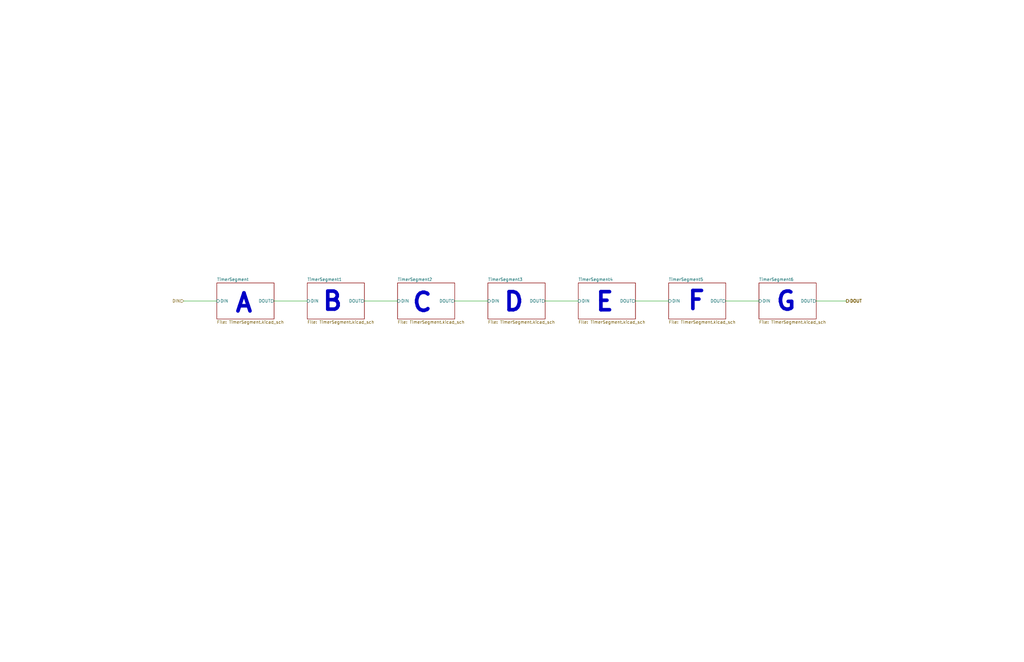
<source format=kicad_sch>
(kicad_sch
	(version 20250114)
	(generator "eeschema")
	(generator_version "9.0")
	(uuid "a7d0cc39-e5f0-4ee6-9985-2d6be0f52958")
	(paper "B")
	(lib_symbols)
	(text "D"
		(exclude_from_sim no)
		(at 216.662 127.508 0)
		(effects
			(font
				(size 7.62 7.62)
				(thickness 1.524)
				(bold yes)
			)
		)
		(uuid "280d12d1-a2a5-4bfd-80d6-7e120ae5fb7b")
	)
	(text "C"
		(exclude_from_sim no)
		(at 178.054 127.762 0)
		(effects
			(font
				(size 7.62 7.62)
				(thickness 1.524)
				(bold yes)
			)
		)
		(uuid "2a4bbbc3-bfbf-41b8-8a85-de8e1e559826")
	)
	(text "A"
		(exclude_from_sim no)
		(at 102.87 128.016 0)
		(effects
			(font
				(size 7.62 7.62)
				(thickness 1.524)
				(bold yes)
			)
		)
		(uuid "547e7956-8e0a-4763-bc88-91d2fd9ecc00")
	)
	(text "G"
		(exclude_from_sim no)
		(at 331.47 127.254 0)
		(effects
			(font
				(size 7.62 7.62)
				(thickness 1.524)
				(bold yes)
			)
		)
		(uuid "6e5df92b-c512-43cb-9565-235293056443")
	)
	(text "F"
		(exclude_from_sim no)
		(at 293.624 127 0)
		(effects
			(font
				(size 7.62 7.62)
				(thickness 1.524)
				(bold yes)
			)
		)
		(uuid "814ba8da-dd37-45f0-92c3-a83326504722")
	)
	(text "E"
		(exclude_from_sim no)
		(at 255.016 127.508 0)
		(effects
			(font
				(size 7.62 7.62)
				(thickness 1.524)
				(bold yes)
			)
		)
		(uuid "c40fda59-c193-4846-934a-4791485d2b92")
	)
	(text "B"
		(exclude_from_sim no)
		(at 140.208 127.254 0)
		(effects
			(font
				(size 7.62 7.62)
				(thickness 1.524)
				(bold yes)
			)
		)
		(uuid "c512303a-a435-452c-aa7c-c09757e87771")
	)
	(wire
		(pts
			(xy 344.17 127) (xy 356.87 127)
		)
		(stroke
			(width 0)
			(type default)
		)
		(uuid "0c572d20-3303-435e-bf45-d3259d73ce02")
	)
	(wire
		(pts
			(xy 77.47 127) (xy 91.44 127)
		)
		(stroke
			(width 0)
			(type default)
		)
		(uuid "4312ce90-ddaa-4af5-b46e-f0f7f622cecc")
	)
	(wire
		(pts
			(xy 306.07 127) (xy 320.04 127)
		)
		(stroke
			(width 0)
			(type default)
		)
		(uuid "70bcf383-d53a-4182-a0fd-7d83336a64a7")
	)
	(wire
		(pts
			(xy 229.87 127) (xy 243.84 127)
		)
		(stroke
			(width 0)
			(type default)
		)
		(uuid "7cc13616-0873-468f-9ab8-75e8101c6005")
	)
	(wire
		(pts
			(xy 153.67 127) (xy 167.64 127)
		)
		(stroke
			(width 0)
			(type default)
		)
		(uuid "9afd5efd-8d0c-4a4a-b59f-081ce6b75149")
	)
	(wire
		(pts
			(xy 191.77 127) (xy 205.74 127)
		)
		(stroke
			(width 0)
			(type default)
		)
		(uuid "de30b818-76f0-4104-81d8-912f2935d010")
	)
	(wire
		(pts
			(xy 267.97 127) (xy 281.94 127)
		)
		(stroke
			(width 0)
			(type default)
		)
		(uuid "e5a793da-fc60-4565-884e-428f2baaeb5a")
	)
	(wire
		(pts
			(xy 115.57 127) (xy 129.54 127)
		)
		(stroke
			(width 0)
			(type default)
		)
		(uuid "efb37b84-6bbc-4b31-b629-3ca1fa600487")
	)
	(hierarchical_label "DOUT"
		(shape output)
		(at 356.87 127 0)
		(effects
			(font
				(size 1.27 1.27)
				(thickness 0.254)
				(bold yes)
			)
			(justify left)
		)
		(uuid "06cf7c53-6c8a-4a45-92fd-f4793b2dea03")
	)
	(hierarchical_label "DIN"
		(shape input)
		(at 77.47 127 180)
		(effects
			(font
				(size 1.27 1.27)
			)
			(justify right)
		)
		(uuid "7405ffc5-10df-4738-9045-39bea7af1bf0")
	)
	(sheet
		(at 320.04 119.38)
		(size 24.13 15.24)
		(exclude_from_sim no)
		(in_bom yes)
		(on_board yes)
		(dnp no)
		(fields_autoplaced yes)
		(stroke
			(width 0.1524)
			(type solid)
		)
		(fill
			(color 0 0 0 0.0000)
		)
		(uuid "49b3b2e8-eaca-4342-a9c1-4ee5e72d12fd")
		(property "Sheetname" "TimerSegment6"
			(at 320.04 118.6684 0)
			(effects
				(font
					(size 1.27 1.27)
				)
				(justify left bottom)
			)
		)
		(property "Sheetfile" "TimerSegment.kicad_sch"
			(at 320.04 135.2046 0)
			(effects
				(font
					(size 1.27 1.27)
				)
				(justify left top)
			)
		)
		(pin "DOUT" output
			(at 344.17 127 0)
			(uuid "04598d33-b072-41b5-b955-3825b913e3d9")
			(effects
				(font
					(size 1.27 1.27)
				)
				(justify right)
			)
		)
		(pin "DIN" input
			(at 320.04 127 180)
			(uuid "54aca978-5b9f-44d1-b25b-ec3a77fc430e")
			(effects
				(font
					(size 1.27 1.27)
				)
				(justify left)
			)
		)
		(instances
			(project "ArenaTimer"
				(path "/2260d661-eea4-49a1-9161-db3d613eeecd/bfdbd2bc-3f27-4aeb-afb3-f0a4af7d4e67"
					(page "43")
				)
				(path "/2260d661-eea4-49a1-9161-db3d613eeecd/a0f1a759-6364-40b7-bd20-4e39ff3f7835"
					(page "53")
				)
			)
		)
	)
	(sheet
		(at 243.84 119.38)
		(size 24.13 15.24)
		(exclude_from_sim no)
		(in_bom yes)
		(on_board yes)
		(dnp no)
		(fields_autoplaced yes)
		(stroke
			(width 0.1524)
			(type solid)
		)
		(fill
			(color 0 0 0 0.0000)
		)
		(uuid "55ba9e3e-2899-4833-94c6-3319ca97a7bc")
		(property "Sheetname" "TimerSegment4"
			(at 243.84 118.6684 0)
			(effects
				(font
					(size 1.27 1.27)
				)
				(justify left bottom)
			)
		)
		(property "Sheetfile" "TimerSegment.kicad_sch"
			(at 243.84 135.2046 0)
			(effects
				(font
					(size 1.27 1.27)
				)
				(justify left top)
			)
		)
		(pin "DOUT" output
			(at 267.97 127 0)
			(uuid "3dffb536-e38e-4df9-8737-0f0ed03d4a41")
			(effects
				(font
					(size 1.27 1.27)
				)
				(justify right)
			)
		)
		(pin "DIN" input
			(at 243.84 127 180)
			(uuid "6832a574-09e9-476a-95b2-70bc8b91c97a")
			(effects
				(font
					(size 1.27 1.27)
				)
				(justify left)
			)
		)
		(instances
			(project "ArenaTimer"
				(path "/2260d661-eea4-49a1-9161-db3d613eeecd/bfdbd2bc-3f27-4aeb-afb3-f0a4af7d4e67"
					(page "31")
				)
				(path "/2260d661-eea4-49a1-9161-db3d613eeecd/a0f1a759-6364-40b7-bd20-4e39ff3f7835"
					(page "50")
				)
			)
		)
	)
	(sheet
		(at 167.64 119.38)
		(size 24.13 15.24)
		(exclude_from_sim no)
		(in_bom yes)
		(on_board yes)
		(dnp no)
		(fields_autoplaced yes)
		(stroke
			(width 0.1524)
			(type solid)
		)
		(fill
			(color 0 0 0 0.0000)
		)
		(uuid "5dfb114c-24fd-4ea4-86ef-cdb89b49f213")
		(property "Sheetname" "TimerSegment2"
			(at 167.64 118.6684 0)
			(effects
				(font
					(size 1.27 1.27)
				)
				(justify left bottom)
			)
		)
		(property "Sheetfile" "TimerSegment.kicad_sch"
			(at 167.64 135.2046 0)
			(effects
				(font
					(size 1.27 1.27)
				)
				(justify left top)
			)
		)
		(pin "DOUT" output
			(at 191.77 127 0)
			(uuid "6b81d871-33d3-462b-9eff-456f65fee32a")
			(effects
				(font
					(size 1.27 1.27)
				)
				(justify right)
			)
		)
		(pin "DIN" input
			(at 167.64 127 180)
			(uuid "484df907-7d93-4c2b-a113-9d30fabf5412")
			(effects
				(font
					(size 1.27 1.27)
				)
				(justify left)
			)
		)
		(instances
			(project "ArenaTimer"
				(path "/2260d661-eea4-49a1-9161-db3d613eeecd/bfdbd2bc-3f27-4aeb-afb3-f0a4af7d4e67"
					(page "19")
				)
				(path "/2260d661-eea4-49a1-9161-db3d613eeecd/a0f1a759-6364-40b7-bd20-4e39ff3f7835"
					(page "52")
				)
			)
		)
	)
	(sheet
		(at 281.94 119.38)
		(size 24.13 15.24)
		(exclude_from_sim no)
		(in_bom yes)
		(on_board yes)
		(dnp no)
		(fields_autoplaced yes)
		(stroke
			(width 0.1524)
			(type solid)
		)
		(fill
			(color 0 0 0 0.0000)
		)
		(uuid "7f94069f-9e4a-4e3b-80ab-e90690462680")
		(property "Sheetname" "TimerSegment5"
			(at 281.94 118.6684 0)
			(effects
				(font
					(size 1.27 1.27)
				)
				(justify left bottom)
			)
		)
		(property "Sheetfile" "TimerSegment.kicad_sch"
			(at 281.94 135.2046 0)
			(effects
				(font
					(size 1.27 1.27)
				)
				(justify left top)
			)
		)
		(pin "DOUT" output
			(at 306.07 127 0)
			(uuid "f5b96c81-818a-4cfb-a9a8-f9c516af3970")
			(effects
				(font
					(size 1.27 1.27)
				)
				(justify right)
			)
		)
		(pin "DIN" input
			(at 281.94 127 180)
			(uuid "02e62a2d-5d4e-4c9b-97ae-7e8fa037f177")
			(effects
				(font
					(size 1.27 1.27)
				)
				(justify left)
			)
		)
		(instances
			(project "ArenaTimer"
				(path "/2260d661-eea4-49a1-9161-db3d613eeecd/bfdbd2bc-3f27-4aeb-afb3-f0a4af7d4e67"
					(page "37")
				)
				(path "/2260d661-eea4-49a1-9161-db3d613eeecd/a0f1a759-6364-40b7-bd20-4e39ff3f7835"
					(page "54")
				)
			)
		)
	)
	(sheet
		(at 91.44 119.38)
		(size 24.13 15.24)
		(exclude_from_sim no)
		(in_bom yes)
		(on_board yes)
		(dnp no)
		(fields_autoplaced yes)
		(stroke
			(width 0.1524)
			(type solid)
		)
		(fill
			(color 0 0 0 0.0000)
		)
		(uuid "94b1ba2e-1fa2-4fa7-95ce-9231430d266b")
		(property "Sheetname" "TimerSegment"
			(at 91.44 118.6684 0)
			(effects
				(font
					(size 1.27 1.27)
				)
				(justify left bottom)
			)
		)
		(property "Sheetfile" "TimerSegment.kicad_sch"
			(at 91.44 135.2046 0)
			(effects
				(font
					(size 1.27 1.27)
				)
				(justify left top)
			)
		)
		(pin "DOUT" output
			(at 115.57 127 0)
			(uuid "5fde82e3-bbc4-45e3-be18-e61da742c14b")
			(effects
				(font
					(size 1.27 1.27)
				)
				(justify right)
			)
		)
		(pin "DIN" input
			(at 91.44 127 180)
			(uuid "f6bd5b88-fa58-46c1-80f7-cd9ddf1bff43")
			(effects
				(font
					(size 1.27 1.27)
				)
				(justify left)
			)
		)
		(instances
			(project "ArenaTimer"
				(path "/2260d661-eea4-49a1-9161-db3d613eeecd/bfdbd2bc-3f27-4aeb-afb3-f0a4af7d4e67"
					(page "12")
				)
				(path "/2260d661-eea4-49a1-9161-db3d613eeecd/a0f1a759-6364-40b7-bd20-4e39ff3f7835"
					(page "55")
				)
			)
		)
	)
	(sheet
		(at 205.74 119.38)
		(size 24.13 15.24)
		(exclude_from_sim no)
		(in_bom yes)
		(on_board yes)
		(dnp no)
		(fields_autoplaced yes)
		(stroke
			(width 0.1524)
			(type solid)
		)
		(fill
			(color 0 0 0 0.0000)
		)
		(uuid "bd6d5a1c-a818-4282-bd0a-709230f0f564")
		(property "Sheetname" "TimerSegment3"
			(at 205.74 118.6684 0)
			(effects
				(font
					(size 1.27 1.27)
				)
				(justify left bottom)
			)
		)
		(property "Sheetfile" "TimerSegment.kicad_sch"
			(at 205.74 135.2046 0)
			(effects
				(font
					(size 1.27 1.27)
				)
				(justify left top)
			)
		)
		(pin "DOUT" output
			(at 229.87 127 0)
			(uuid "9fdac8f2-4961-49cb-9a08-e8af64601428")
			(effects
				(font
					(size 1.27 1.27)
				)
				(justify right)
			)
		)
		(pin "DIN" input
			(at 205.74 127 180)
			(uuid "30df05a6-7274-43c9-a93e-ecb2126c72c8")
			(effects
				(font
					(size 1.27 1.27)
				)
				(justify left)
			)
		)
		(instances
			(project "ArenaTimer"
				(path "/2260d661-eea4-49a1-9161-db3d613eeecd/bfdbd2bc-3f27-4aeb-afb3-f0a4af7d4e67"
					(page "25")
				)
				(path "/2260d661-eea4-49a1-9161-db3d613eeecd/a0f1a759-6364-40b7-bd20-4e39ff3f7835"
					(page "51")
				)
			)
		)
	)
	(sheet
		(at 129.54 119.38)
		(size 24.13 15.24)
		(exclude_from_sim no)
		(in_bom yes)
		(on_board yes)
		(dnp no)
		(fields_autoplaced yes)
		(stroke
			(width 0.1524)
			(type solid)
		)
		(fill
			(color 0 0 0 0.0000)
		)
		(uuid "c126b952-37c8-49f8-8a2a-98bea4822328")
		(property "Sheetname" "TimerSegment1"
			(at 129.54 118.6684 0)
			(effects
				(font
					(size 1.27 1.27)
				)
				(justify left bottom)
			)
		)
		(property "Sheetfile" "TimerSegment.kicad_sch"
			(at 129.54 135.2046 0)
			(effects
				(font
					(size 1.27 1.27)
				)
				(justify left top)
			)
		)
		(pin "DOUT" output
			(at 153.67 127 0)
			(uuid "634b17fc-e875-466c-aa11-1f188b1604cd")
			(effects
				(font
					(size 1.27 1.27)
				)
				(justify right)
			)
		)
		(pin "DIN" input
			(at 129.54 127 180)
			(uuid "8586c641-cab8-4371-a36e-1667dec36f08")
			(effects
				(font
					(size 1.27 1.27)
				)
				(justify left)
			)
		)
		(instances
			(project "ArenaTimer"
				(path "/2260d661-eea4-49a1-9161-db3d613eeecd/bfdbd2bc-3f27-4aeb-afb3-f0a4af7d4e67"
					(page "13")
				)
				(path "/2260d661-eea4-49a1-9161-db3d613eeecd/a0f1a759-6364-40b7-bd20-4e39ff3f7835"
					(page "56")
				)
			)
		)
	)
)

</source>
